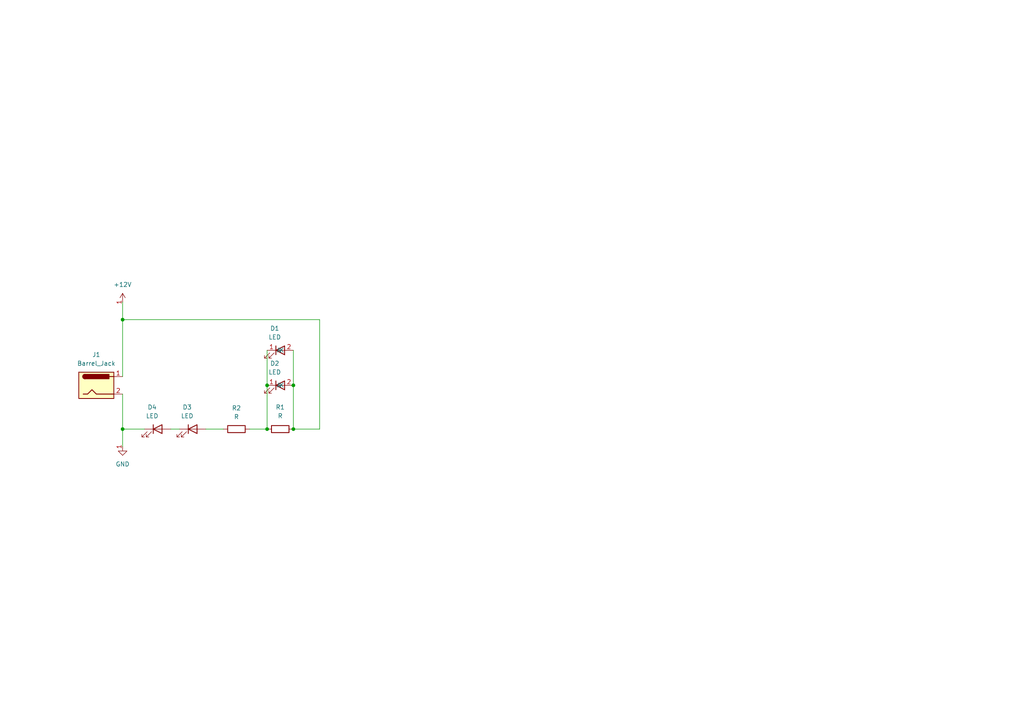
<source format=kicad_sch>
(kicad_sch
	(version 20250114)
	(generator "eeschema")
	(generator_version "9.0")
	(uuid "242bf35e-12f2-421e-ac5e-cb9eb446cecc")
	(paper "A4")
	(lib_symbols
		(symbol "Connector:Barrel_Jack"
			(pin_names
				(offset 1.016)
			)
			(exclude_from_sim no)
			(in_bom yes)
			(on_board yes)
			(property "Reference" "J"
				(at 0 5.334 0)
				(effects
					(font
						(size 1.27 1.27)
					)
				)
			)
			(property "Value" "Barrel_Jack"
				(at 0 -5.08 0)
				(effects
					(font
						(size 1.27 1.27)
					)
				)
			)
			(property "Footprint" ""
				(at 1.27 -1.016 0)
				(effects
					(font
						(size 1.27 1.27)
					)
					(hide yes)
				)
			)
			(property "Datasheet" "~"
				(at 1.27 -1.016 0)
				(effects
					(font
						(size 1.27 1.27)
					)
					(hide yes)
				)
			)
			(property "Description" "DC Barrel Jack"
				(at 0 0 0)
				(effects
					(font
						(size 1.27 1.27)
					)
					(hide yes)
				)
			)
			(property "ki_keywords" "DC power barrel jack connector"
				(at 0 0 0)
				(effects
					(font
						(size 1.27 1.27)
					)
					(hide yes)
				)
			)
			(property "ki_fp_filters" "BarrelJack*"
				(at 0 0 0)
				(effects
					(font
						(size 1.27 1.27)
					)
					(hide yes)
				)
			)
			(symbol "Barrel_Jack_0_1"
				(rectangle
					(start -5.08 3.81)
					(end 5.08 -3.81)
					(stroke
						(width 0.254)
						(type default)
					)
					(fill
						(type background)
					)
				)
				(polyline
					(pts
						(xy -3.81 -2.54) (xy -2.54 -2.54) (xy -1.27 -1.27) (xy 0 -2.54) (xy 2.54 -2.54) (xy 5.08 -2.54)
					)
					(stroke
						(width 0.254)
						(type default)
					)
					(fill
						(type none)
					)
				)
				(arc
					(start -3.302 1.905)
					(mid -3.9343 2.54)
					(end -3.302 3.175)
					(stroke
						(width 0.254)
						(type default)
					)
					(fill
						(type none)
					)
				)
				(arc
					(start -3.302 1.905)
					(mid -3.9343 2.54)
					(end -3.302 3.175)
					(stroke
						(width 0.254)
						(type default)
					)
					(fill
						(type outline)
					)
				)
				(rectangle
					(start 3.683 3.175)
					(end -3.302 1.905)
					(stroke
						(width 0.254)
						(type default)
					)
					(fill
						(type outline)
					)
				)
				(polyline
					(pts
						(xy 5.08 2.54) (xy 3.81 2.54)
					)
					(stroke
						(width 0.254)
						(type default)
					)
					(fill
						(type none)
					)
				)
			)
			(symbol "Barrel_Jack_1_1"
				(pin passive line
					(at 7.62 2.54 180)
					(length 2.54)
					(name "~"
						(effects
							(font
								(size 1.27 1.27)
							)
						)
					)
					(number "1"
						(effects
							(font
								(size 1.27 1.27)
							)
						)
					)
				)
				(pin passive line
					(at 7.62 -2.54 180)
					(length 2.54)
					(name "~"
						(effects
							(font
								(size 1.27 1.27)
							)
						)
					)
					(number "2"
						(effects
							(font
								(size 1.27 1.27)
							)
						)
					)
				)
			)
			(embedded_fonts no)
		)
		(symbol "Device:LED"
			(pin_numbers
				(hide yes)
			)
			(pin_names
				(offset 1.016)
				(hide yes)
			)
			(exclude_from_sim no)
			(in_bom yes)
			(on_board yes)
			(property "Reference" "D"
				(at 0 2.54 0)
				(effects
					(font
						(size 1.27 1.27)
					)
				)
			)
			(property "Value" "LED"
				(at 0 -2.54 0)
				(effects
					(font
						(size 1.27 1.27)
					)
				)
			)
			(property "Footprint" ""
				(at 0 0 0)
				(effects
					(font
						(size 1.27 1.27)
					)
					(hide yes)
				)
			)
			(property "Datasheet" "~"
				(at 0 0 0)
				(effects
					(font
						(size 1.27 1.27)
					)
					(hide yes)
				)
			)
			(property "Description" "Light emitting diode"
				(at 0 0 0)
				(effects
					(font
						(size 1.27 1.27)
					)
					(hide yes)
				)
			)
			(property "Sim.Pins" "1=K 2=A"
				(at 0 0 0)
				(effects
					(font
						(size 1.27 1.27)
					)
					(hide yes)
				)
			)
			(property "ki_keywords" "LED diode"
				(at 0 0 0)
				(effects
					(font
						(size 1.27 1.27)
					)
					(hide yes)
				)
			)
			(property "ki_fp_filters" "LED* LED_SMD:* LED_THT:*"
				(at 0 0 0)
				(effects
					(font
						(size 1.27 1.27)
					)
					(hide yes)
				)
			)
			(symbol "LED_0_1"
				(polyline
					(pts
						(xy -3.048 -0.762) (xy -4.572 -2.286) (xy -3.81 -2.286) (xy -4.572 -2.286) (xy -4.572 -1.524)
					)
					(stroke
						(width 0)
						(type default)
					)
					(fill
						(type none)
					)
				)
				(polyline
					(pts
						(xy -1.778 -0.762) (xy -3.302 -2.286) (xy -2.54 -2.286) (xy -3.302 -2.286) (xy -3.302 -1.524)
					)
					(stroke
						(width 0)
						(type default)
					)
					(fill
						(type none)
					)
				)
				(polyline
					(pts
						(xy -1.27 0) (xy 1.27 0)
					)
					(stroke
						(width 0)
						(type default)
					)
					(fill
						(type none)
					)
				)
				(polyline
					(pts
						(xy -1.27 -1.27) (xy -1.27 1.27)
					)
					(stroke
						(width 0.254)
						(type default)
					)
					(fill
						(type none)
					)
				)
				(polyline
					(pts
						(xy 1.27 -1.27) (xy 1.27 1.27) (xy -1.27 0) (xy 1.27 -1.27)
					)
					(stroke
						(width 0.254)
						(type default)
					)
					(fill
						(type none)
					)
				)
			)
			(symbol "LED_1_1"
				(pin passive line
					(at -3.81 0 0)
					(length 2.54)
					(name "K"
						(effects
							(font
								(size 1.27 1.27)
							)
						)
					)
					(number "1"
						(effects
							(font
								(size 1.27 1.27)
							)
						)
					)
				)
				(pin passive line
					(at 3.81 0 180)
					(length 2.54)
					(name "A"
						(effects
							(font
								(size 1.27 1.27)
							)
						)
					)
					(number "2"
						(effects
							(font
								(size 1.27 1.27)
							)
						)
					)
				)
			)
			(embedded_fonts no)
		)
		(symbol "Device:R"
			(pin_numbers
				(hide yes)
			)
			(pin_names
				(offset 0)
			)
			(exclude_from_sim no)
			(in_bom yes)
			(on_board yes)
			(property "Reference" "R"
				(at 2.032 0 90)
				(effects
					(font
						(size 1.27 1.27)
					)
				)
			)
			(property "Value" "R"
				(at 0 0 90)
				(effects
					(font
						(size 1.27 1.27)
					)
				)
			)
			(property "Footprint" ""
				(at -1.778 0 90)
				(effects
					(font
						(size 1.27 1.27)
					)
					(hide yes)
				)
			)
			(property "Datasheet" "~"
				(at 0 0 0)
				(effects
					(font
						(size 1.27 1.27)
					)
					(hide yes)
				)
			)
			(property "Description" "Resistor"
				(at 0 0 0)
				(effects
					(font
						(size 1.27 1.27)
					)
					(hide yes)
				)
			)
			(property "ki_keywords" "R res resistor"
				(at 0 0 0)
				(effects
					(font
						(size 1.27 1.27)
					)
					(hide yes)
				)
			)
			(property "ki_fp_filters" "R_*"
				(at 0 0 0)
				(effects
					(font
						(size 1.27 1.27)
					)
					(hide yes)
				)
			)
			(symbol "R_0_1"
				(rectangle
					(start -1.016 -2.54)
					(end 1.016 2.54)
					(stroke
						(width 0.254)
						(type default)
					)
					(fill
						(type none)
					)
				)
			)
			(symbol "R_1_1"
				(pin passive line
					(at 0 3.81 270)
					(length 1.27)
					(name "~"
						(effects
							(font
								(size 1.27 1.27)
							)
						)
					)
					(number "1"
						(effects
							(font
								(size 1.27 1.27)
							)
						)
					)
				)
				(pin passive line
					(at 0 -3.81 90)
					(length 1.27)
					(name "~"
						(effects
							(font
								(size 1.27 1.27)
							)
						)
					)
					(number "2"
						(effects
							(font
								(size 1.27 1.27)
							)
						)
					)
				)
			)
			(embedded_fonts no)
		)
		(symbol "LED_1"
			(pin_names
				(offset 1.016)
			)
			(exclude_from_sim no)
			(in_bom yes)
			(on_board yes)
			(property "Reference" "D"
				(at 0 2.54 0)
				(effects
					(font
						(size 1.27 1.27)
					)
				)
			)
			(property "Value" "LED"
				(at 0 -2.54 0)
				(effects
					(font
						(size 1.27 1.27)
					)
				)
			)
			(property "Footprint" ""
				(at 0 0 0)
				(effects
					(font
						(size 1.27 1.27)
					)
					(hide yes)
				)
			)
			(property "Datasheet" "~"
				(at 0 0 0)
				(effects
					(font
						(size 1.27 1.27)
					)
					(hide yes)
				)
			)
			(property "Description" "Light emitting diode"
				(at 0 0 0)
				(effects
					(font
						(size 1.27 1.27)
					)
					(hide yes)
				)
			)
			(property "Sim.Pins" "1=K 2=A"
				(at 0 0 0)
				(effects
					(font
						(size 1.27 1.27)
					)
					(hide yes)
				)
			)
			(property "ki_keywords" "LED diode"
				(at 0 0 0)
				(effects
					(font
						(size 1.27 1.27)
					)
					(hide yes)
				)
			)
			(property "ki_fp_filters" "LED* LED_SMD:* LED_THT:*"
				(at 0 0 0)
				(effects
					(font
						(size 1.27 1.27)
					)
					(hide yes)
				)
			)
			(symbol "LED_1_0_1"
				(polyline
					(pts
						(xy -3.048 -0.762) (xy -4.572 -2.286) (xy -3.81 -2.286) (xy -4.572 -2.286) (xy -4.572 -1.524)
					)
					(stroke
						(width 0)
						(type default)
					)
					(fill
						(type none)
					)
				)
				(polyline
					(pts
						(xy -1.778 -0.762) (xy -3.302 -2.286) (xy -2.54 -2.286) (xy -3.302 -2.286) (xy -3.302 -1.524)
					)
					(stroke
						(width 0)
						(type default)
					)
					(fill
						(type none)
					)
				)
				(polyline
					(pts
						(xy -1.27 0) (xy 1.27 0)
					)
					(stroke
						(width 0)
						(type default)
					)
					(fill
						(type none)
					)
				)
				(polyline
					(pts
						(xy -1.27 -1.27) (xy -1.27 1.27)
					)
					(stroke
						(width 0.254)
						(type default)
					)
					(fill
						(type none)
					)
				)
				(polyline
					(pts
						(xy 1.27 -1.27) (xy 1.27 1.27) (xy -1.27 0) (xy 1.27 -1.27)
					)
					(stroke
						(width 0.254)
						(type default)
					)
					(fill
						(type none)
					)
				)
			)
			(symbol "LED_1_1_1"
				(pin passive line
					(at -3.81 0 0)
					(length 2.54)
					(name "K"
						(effects
							(font
								(size 1.27 1.27)
							)
						)
					)
					(number "1"
						(effects
							(font
								(size 1.27 1.27)
							)
						)
					)
				)
				(pin passive line
					(at 3.81 0 180)
					(length 2.54)
					(name "A"
						(effects
							(font
								(size 1.27 1.27)
							)
						)
					)
					(number "2"
						(effects
							(font
								(size 1.27 1.27)
							)
						)
					)
				)
			)
			(embedded_fonts no)
		)
		(symbol "LED_2"
			(pin_names
				(offset 1.016)
			)
			(exclude_from_sim no)
			(in_bom yes)
			(on_board yes)
			(property "Reference" "D"
				(at 0 2.54 0)
				(effects
					(font
						(size 1.27 1.27)
					)
				)
			)
			(property "Value" "LED"
				(at 0 -2.54 0)
				(effects
					(font
						(size 1.27 1.27)
					)
				)
			)
			(property "Footprint" ""
				(at 0 0 0)
				(effects
					(font
						(size 1.27 1.27)
					)
					(hide yes)
				)
			)
			(property "Datasheet" "~"
				(at 0 0 0)
				(effects
					(font
						(size 1.27 1.27)
					)
					(hide yes)
				)
			)
			(property "Description" "Light emitting diode"
				(at 0 0 0)
				(effects
					(font
						(size 1.27 1.27)
					)
					(hide yes)
				)
			)
			(property "Sim.Pins" "1=K 2=A"
				(at 0 0 0)
				(effects
					(font
						(size 1.27 1.27)
					)
					(hide yes)
				)
			)
			(property "ki_keywords" "LED diode"
				(at 0 0 0)
				(effects
					(font
						(size 1.27 1.27)
					)
					(hide yes)
				)
			)
			(property "ki_fp_filters" "LED* LED_SMD:* LED_THT:*"
				(at 0 0 0)
				(effects
					(font
						(size 1.27 1.27)
					)
					(hide yes)
				)
			)
			(symbol "LED_2_0_1"
				(polyline
					(pts
						(xy -3.048 -0.762) (xy -4.572 -2.286) (xy -3.81 -2.286) (xy -4.572 -2.286) (xy -4.572 -1.524)
					)
					(stroke
						(width 0)
						(type default)
					)
					(fill
						(type none)
					)
				)
				(polyline
					(pts
						(xy -1.778 -0.762) (xy -3.302 -2.286) (xy -2.54 -2.286) (xy -3.302 -2.286) (xy -3.302 -1.524)
					)
					(stroke
						(width 0)
						(type default)
					)
					(fill
						(type none)
					)
				)
				(polyline
					(pts
						(xy -1.27 0) (xy 1.27 0)
					)
					(stroke
						(width 0)
						(type default)
					)
					(fill
						(type none)
					)
				)
				(polyline
					(pts
						(xy -1.27 -1.27) (xy -1.27 1.27)
					)
					(stroke
						(width 0.254)
						(type default)
					)
					(fill
						(type none)
					)
				)
				(polyline
					(pts
						(xy 1.27 -1.27) (xy 1.27 1.27) (xy -1.27 0) (xy 1.27 -1.27)
					)
					(stroke
						(width 0.254)
						(type default)
					)
					(fill
						(type none)
					)
				)
			)
			(symbol "LED_2_1_1"
				(pin passive line
					(at -3.81 0 0)
					(length 2.54)
					(name "K"
						(effects
							(font
								(size 1.27 1.27)
							)
						)
					)
					(number "1"
						(effects
							(font
								(size 1.27 1.27)
							)
						)
					)
				)
				(pin passive line
					(at 3.81 0 180)
					(length 2.54)
					(name "A"
						(effects
							(font
								(size 1.27 1.27)
							)
						)
					)
					(number "2"
						(effects
							(font
								(size 1.27 1.27)
							)
						)
					)
				)
			)
			(embedded_fonts no)
		)
		(symbol "power:+12V"
			(power)
			(pin_names
				(offset 0)
			)
			(exclude_from_sim no)
			(in_bom yes)
			(on_board yes)
			(property "Reference" "#PWR"
				(at 0 -3.81 0)
				(effects
					(font
						(size 1.27 1.27)
					)
					(hide yes)
				)
			)
			(property "Value" "+12V"
				(at 0 3.556 0)
				(effects
					(font
						(size 1.27 1.27)
					)
				)
			)
			(property "Footprint" ""
				(at 0 0 0)
				(effects
					(font
						(size 1.27 1.27)
					)
					(hide yes)
				)
			)
			(property "Datasheet" ""
				(at 0 0 0)
				(effects
					(font
						(size 1.27 1.27)
					)
					(hide yes)
				)
			)
			(property "Description" "Power symbol creates a global label with name \"+12V\""
				(at 0 0 0)
				(effects
					(font
						(size 1.27 1.27)
					)
					(hide yes)
				)
			)
			(property "ki_keywords" "global power"
				(at 0 0 0)
				(effects
					(font
						(size 1.27 1.27)
					)
					(hide yes)
				)
			)
			(symbol "+12V_0_1"
				(polyline
					(pts
						(xy -0.762 1.27) (xy 0 2.54)
					)
					(stroke
						(width 0)
						(type default)
					)
					(fill
						(type none)
					)
				)
				(polyline
					(pts
						(xy 0 2.54) (xy 0.762 1.27)
					)
					(stroke
						(width 0)
						(type default)
					)
					(fill
						(type none)
					)
				)
				(polyline
					(pts
						(xy 0 0) (xy 0 2.54)
					)
					(stroke
						(width 0)
						(type default)
					)
					(fill
						(type none)
					)
				)
			)
			(symbol "+12V_1_1"
				(pin power_in line
					(at 0 0 90)
					(length 0)
					(name "~"
						(effects
							(font
								(size 1.27 1.27)
							)
						)
					)
					(number "1"
						(effects
							(font
								(size 1.27 1.27)
							)
						)
					)
				)
			)
			(embedded_fonts no)
		)
		(symbol "power:GND"
			(power)
			(pin_names
				(offset 0)
			)
			(exclude_from_sim no)
			(in_bom yes)
			(on_board yes)
			(property "Reference" "#PWR"
				(at 0 -6.35 0)
				(effects
					(font
						(size 1.27 1.27)
					)
					(hide yes)
				)
			)
			(property "Value" "GND"
				(at 0 -3.81 0)
				(effects
					(font
						(size 1.27 1.27)
					)
				)
			)
			(property "Footprint" ""
				(at 0 0 0)
				(effects
					(font
						(size 1.27 1.27)
					)
					(hide yes)
				)
			)
			(property "Datasheet" ""
				(at 0 0 0)
				(effects
					(font
						(size 1.27 1.27)
					)
					(hide yes)
				)
			)
			(property "Description" "Power symbol creates a global label with name \"GND\" , ground"
				(at 0 0 0)
				(effects
					(font
						(size 1.27 1.27)
					)
					(hide yes)
				)
			)
			(property "ki_keywords" "global power"
				(at 0 0 0)
				(effects
					(font
						(size 1.27 1.27)
					)
					(hide yes)
				)
			)
			(symbol "GND_0_1"
				(polyline
					(pts
						(xy 0 0) (xy 0 -1.27) (xy 1.27 -1.27) (xy 0 -2.54) (xy -1.27 -1.27) (xy 0 -1.27)
					)
					(stroke
						(width 0)
						(type default)
					)
					(fill
						(type none)
					)
				)
			)
			(symbol "GND_1_1"
				(pin power_in line
					(at 0 0 270)
					(length 0)
					(name "~"
						(effects
							(font
								(size 1.27 1.27)
							)
						)
					)
					(number "1"
						(effects
							(font
								(size 1.27 1.27)
							)
						)
					)
				)
			)
			(embedded_fonts no)
		)
	)
	(junction
		(at 85.09 124.46)
		(diameter 0)
		(color 0 0 0 0)
		(uuid "1a17eb51-c634-442e-a43a-f8506d7e6aae")
	)
	(junction
		(at 35.56 92.71)
		(diameter 0)
		(color 0 0 0 0)
		(uuid "4b420312-4761-4030-96a2-8aee116b1a01")
	)
	(junction
		(at 77.47 124.46)
		(diameter 0)
		(color 0 0 0 0)
		(uuid "7a56b111-de0f-427b-b47c-ee9d0827db94")
	)
	(junction
		(at 35.56 124.46)
		(diameter 0)
		(color 0 0 0 0)
		(uuid "95443cfb-70b7-4273-b09b-1b7d36e17663")
	)
	(junction
		(at 77.47 111.76)
		(diameter 0)
		(color 0 0 0 0)
		(uuid "b784ccc2-1ac6-4c26-9c4f-efea717a1998")
	)
	(junction
		(at 85.09 111.76)
		(diameter 0)
		(color 0 0 0 0)
		(uuid "d17543db-8a3f-469c-95ec-d040085b0803")
	)
	(wire
		(pts
			(xy 77.47 101.6) (xy 77.47 111.76)
		)
		(stroke
			(width 0)
			(type default)
		)
		(uuid "0d87f76b-ac69-4aa2-af61-3d679bd8f422")
	)
	(wire
		(pts
			(xy 85.09 111.76) (xy 85.09 124.46)
		)
		(stroke
			(width 0)
			(type default)
		)
		(uuid "15340a0c-2e0c-43b2-8c62-14b1f29b4235")
	)
	(wire
		(pts
			(xy 49.53 124.46) (xy 52.07 124.46)
		)
		(stroke
			(width 0)
			(type default)
		)
		(uuid "2d080758-7745-4c4b-9544-cc74f01cd6bd")
	)
	(wire
		(pts
			(xy 35.56 124.46) (xy 41.91 124.46)
		)
		(stroke
			(width 0)
			(type default)
		)
		(uuid "355e85ba-807a-49dc-a311-60b3cf8c58cb")
	)
	(wire
		(pts
			(xy 35.56 109.22) (xy 35.56 92.71)
		)
		(stroke
			(width 0)
			(type default)
		)
		(uuid "437d09cc-6398-4fd7-91ac-c99506cd61fb")
	)
	(wire
		(pts
			(xy 85.09 101.6) (xy 85.09 111.76)
		)
		(stroke
			(width 0)
			(type default)
		)
		(uuid "5e94b06b-d00a-4f00-9191-8a758297db01")
	)
	(wire
		(pts
			(xy 35.56 87.63) (xy 35.56 92.71)
		)
		(stroke
			(width 0)
			(type default)
		)
		(uuid "6c34cb5f-0283-41bf-b500-6fc509cc4fb6")
	)
	(wire
		(pts
			(xy 77.47 111.76) (xy 77.47 124.46)
		)
		(stroke
			(width 0)
			(type default)
		)
		(uuid "8bc11449-ce29-484a-a8b5-ec8866d579eb")
	)
	(wire
		(pts
			(xy 92.71 92.71) (xy 35.56 92.71)
		)
		(stroke
			(width 0)
			(type default)
		)
		(uuid "9b112152-db4e-4b6f-b216-ee591b70eaae")
	)
	(wire
		(pts
			(xy 92.71 124.46) (xy 92.71 92.71)
		)
		(stroke
			(width 0)
			(type default)
		)
		(uuid "9bb3f7a4-5150-4372-a112-efe2ff2b0d07")
	)
	(wire
		(pts
			(xy 35.56 114.3) (xy 35.56 124.46)
		)
		(stroke
			(width 0)
			(type default)
		)
		(uuid "a0f7f77b-c43f-4992-a9e4-8e463c81c5d3")
	)
	(wire
		(pts
			(xy 85.09 124.46) (xy 92.71 124.46)
		)
		(stroke
			(width 0)
			(type default)
		)
		(uuid "a660eb16-2ba3-47fc-bc8c-4353ef3b4913")
	)
	(wire
		(pts
			(xy 35.56 129.54) (xy 35.56 124.46)
		)
		(stroke
			(width 0)
			(type default)
		)
		(uuid "a8cbb3bb-d33d-454a-a2df-d6dcf612a7fa")
	)
	(wire
		(pts
			(xy 72.39 124.46) (xy 77.47 124.46)
		)
		(stroke
			(width 0)
			(type default)
		)
		(uuid "ab3d1624-e1a2-43aa-9c4d-a95f6e365598")
	)
	(wire
		(pts
			(xy 59.69 124.46) (xy 64.77 124.46)
		)
		(stroke
			(width 0)
			(type default)
		)
		(uuid "afb4b234-5f0e-419c-9089-b89fb8e9ff08")
	)
	(symbol
		(lib_id "Device:R")
		(at 81.28 124.46 90)
		(unit 1)
		(exclude_from_sim no)
		(in_bom yes)
		(on_board yes)
		(dnp no)
		(uuid "10c884cf-4af4-4c2a-b2f5-c2c64b86bd57")
		(property "Reference" "R1"
			(at 81.28 118.11 90)
			(effects
				(font
					(size 1.27 1.27)
				)
			)
		)
		(property "Value" "R"
			(at 81.28 120.65 90)
			(effects
				(font
					(size 1.27 1.27)
				)
			)
		)
		(property "Footprint" "Resistor_THT:R_Axial_DIN0204_L3.6mm_D1.6mm_P5.08mm_Horizontal"
			(at 81.28 126.238 90)
			(effects
				(font
					(size 1.27 1.27)
				)
				(hide yes)
			)
		)
		(property "Datasheet" "~"
			(at 81.28 124.46 0)
			(effects
				(font
					(size 1.27 1.27)
				)
				(hide yes)
			)
		)
		(property "Description" "Resistor"
			(at 81.28 124.46 0)
			(effects
				(font
					(size 1.27 1.27)
				)
				(hide yes)
			)
		)
		(pin "1"
			(uuid "4c296b4c-9250-41ff-a78a-432c29899d45")
		)
		(pin "2"
			(uuid "d9d5ae54-f523-42ba-bc32-387c5e4d6bf8")
		)
		(instances
			(project ""
				(path "/242bf35e-12f2-421e-ac5e-cb9eb446cecc"
					(reference "R1")
					(unit 1)
				)
			)
		)
	)
	(symbol
		(lib_id "Device:LED")
		(at 55.88 124.46 0)
		(unit 1)
		(exclude_from_sim no)
		(in_bom yes)
		(on_board yes)
		(dnp no)
		(fields_autoplaced yes)
		(uuid "11add4cf-c330-418d-88ab-adecbae76653")
		(property "Reference" "D3"
			(at 54.2925 118.11 0)
			(effects
				(font
					(size 1.27 1.27)
				)
			)
		)
		(property "Value" "LED"
			(at 54.2925 120.65 0)
			(effects
				(font
					(size 1.27 1.27)
				)
			)
		)
		(property "Footprint" "LED_THT:LED_D5.0mm"
			(at 55.88 124.46 0)
			(effects
				(font
					(size 1.27 1.27)
				)
				(hide yes)
			)
		)
		(property "Datasheet" "~"
			(at 55.88 124.46 0)
			(effects
				(font
					(size 1.27 1.27)
				)
				(hide yes)
			)
		)
		(property "Description" "Light emitting diode"
			(at 55.88 124.46 0)
			(effects
				(font
					(size 1.27 1.27)
				)
				(hide yes)
			)
		)
		(property "Sim.Pins" "1=K 2=A"
			(at 55.88 124.46 0)
			(effects
				(font
					(size 1.27 1.27)
				)
				(hide yes)
			)
		)
		(pin "1"
			(uuid "787dc365-7430-4baf-9a69-e33db753ada1")
		)
		(pin "2"
			(uuid "a6b20107-760d-4d6d-a59f-bf7696a8c133")
		)
		(instances
			(project ""
				(path "/242bf35e-12f2-421e-ac5e-cb9eb446cecc"
					(reference "D3")
					(unit 1)
				)
			)
		)
	)
	(symbol
		(lib_name "LED_1")
		(lib_id "Device:LED")
		(at 81.28 101.6 0)
		(unit 1)
		(exclude_from_sim no)
		(in_bom yes)
		(on_board yes)
		(dnp no)
		(fields_autoplaced yes)
		(uuid "2053aa83-6576-4b10-9480-ca2aa080c132")
		(property "Reference" "D1"
			(at 79.6925 95.25 0)
			(effects
				(font
					(size 1.27 1.27)
				)
			)
		)
		(property "Value" "LED"
			(at 79.6925 97.79 0)
			(effects
				(font
					(size 1.27 1.27)
				)
			)
		)
		(property "Footprint" "LED_THT:LED_D5.0mm"
			(at 81.28 101.6 0)
			(effects
				(font
					(size 1.27 1.27)
				)
				(hide yes)
			)
		)
		(property "Datasheet" "~"
			(at 81.28 101.6 0)
			(effects
				(font
					(size 1.27 1.27)
				)
				(hide yes)
			)
		)
		(property "Description" "Light emitting diode"
			(at 81.28 101.6 0)
			(effects
				(font
					(size 1.27 1.27)
				)
				(hide yes)
			)
		)
		(property "Sim.Pins" "1=K 2=A"
			(at 81.28 101.6 0)
			(effects
				(font
					(size 1.27 1.27)
				)
				(hide yes)
			)
		)
		(pin "2"
			(uuid "faf1f31c-6b80-4df3-bd82-553ecff2f8fe")
		)
		(pin "1"
			(uuid "5fd05e76-1e98-420a-a199-c7c42cf5221e")
		)
		(instances
			(project ""
				(path "/242bf35e-12f2-421e-ac5e-cb9eb446cecc"
					(reference "D1")
					(unit 1)
				)
			)
		)
	)
	(symbol
		(lib_id "Connector:Barrel_Jack")
		(at 27.94 111.76 0)
		(unit 1)
		(exclude_from_sim no)
		(in_bom yes)
		(on_board yes)
		(dnp no)
		(fields_autoplaced yes)
		(uuid "41923fc1-1517-4b1d-8743-4f13f65c991b")
		(property "Reference" "J1"
			(at 27.94 102.87 0)
			(effects
				(font
					(size 1.27 1.27)
				)
			)
		)
		(property "Value" "Barrel_Jack"
			(at 27.94 105.41 0)
			(effects
				(font
					(size 1.27 1.27)
				)
			)
		)
		(property "Footprint" "Connector_BarrelJack:BarrelJack_CUI_PJ-063AH_Horizontal_CircularHoles"
			(at 29.21 112.776 0)
			(effects
				(font
					(size 1.27 1.27)
				)
				(hide yes)
			)
		)
		(property "Datasheet" "~"
			(at 29.21 112.776 0)
			(effects
				(font
					(size 1.27 1.27)
				)
				(hide yes)
			)
		)
		(property "Description" "DC Barrel Jack"
			(at 27.94 111.76 0)
			(effects
				(font
					(size 1.27 1.27)
				)
				(hide yes)
			)
		)
		(pin "2"
			(uuid "1bf293c3-d8c3-4985-a8c9-62bcf90e2a61")
		)
		(pin "1"
			(uuid "2548c722-fd4c-424d-b3bf-ab7858141212")
		)
		(instances
			(project ""
				(path "/242bf35e-12f2-421e-ac5e-cb9eb446cecc"
					(reference "J1")
					(unit 1)
				)
			)
		)
	)
	(symbol
		(lib_name "LED_2")
		(lib_id "Device:LED")
		(at 81.28 111.76 0)
		(unit 1)
		(exclude_from_sim no)
		(in_bom yes)
		(on_board yes)
		(dnp no)
		(fields_autoplaced yes)
		(uuid "427a4a27-eb1a-42fe-85eb-e3aaa7ebe899")
		(property "Reference" "D2"
			(at 79.6925 105.41 0)
			(effects
				(font
					(size 1.27 1.27)
				)
			)
		)
		(property "Value" "LED"
			(at 79.6925 107.95 0)
			(effects
				(font
					(size 1.27 1.27)
				)
			)
		)
		(property "Footprint" "LED_THT:LED_D5.0mm"
			(at 81.28 111.76 0)
			(effects
				(font
					(size 1.27 1.27)
				)
				(hide yes)
			)
		)
		(property "Datasheet" "~"
			(at 81.28 111.76 0)
			(effects
				(font
					(size 1.27 1.27)
				)
				(hide yes)
			)
		)
		(property "Description" "Light emitting diode"
			(at 81.28 111.76 0)
			(effects
				(font
					(size 1.27 1.27)
				)
				(hide yes)
			)
		)
		(property "Sim.Pins" "1=K 2=A"
			(at 81.28 111.76 0)
			(effects
				(font
					(size 1.27 1.27)
				)
				(hide yes)
			)
		)
		(pin "1"
			(uuid "1ea22e3b-080c-4455-beb8-f0a79d0d0168")
		)
		(pin "2"
			(uuid "48471c6d-af04-4a6f-aba8-18c05211cd70")
		)
		(instances
			(project ""
				(path "/242bf35e-12f2-421e-ac5e-cb9eb446cecc"
					(reference "D2")
					(unit 1)
				)
			)
		)
	)
	(symbol
		(lib_id "power:GND")
		(at 35.56 129.54 0)
		(unit 1)
		(exclude_from_sim no)
		(in_bom yes)
		(on_board yes)
		(dnp no)
		(fields_autoplaced yes)
		(uuid "5269a268-bbf7-4fd6-a269-093a7172c677")
		(property "Reference" "#PWR03"
			(at 35.56 135.89 0)
			(effects
				(font
					(size 1.27 1.27)
				)
				(hide yes)
			)
		)
		(property "Value" "GND"
			(at 35.56 134.62 0)
			(effects
				(font
					(size 1.27 1.27)
				)
			)
		)
		(property "Footprint" ""
			(at 35.56 129.54 0)
			(effects
				(font
					(size 1.27 1.27)
				)
				(hide yes)
			)
		)
		(property "Datasheet" ""
			(at 35.56 129.54 0)
			(effects
				(font
					(size 1.27 1.27)
				)
				(hide yes)
			)
		)
		(property "Description" "Power symbol creates a global label with name \"GND\" , ground"
			(at 35.56 129.54 0)
			(effects
				(font
					(size 1.27 1.27)
				)
				(hide yes)
			)
		)
		(pin "1"
			(uuid "f809306d-edba-4f67-a955-0a4e2c0d0acb")
		)
		(instances
			(project ""
				(path "/242bf35e-12f2-421e-ac5e-cb9eb446cecc"
					(reference "#PWR03")
					(unit 1)
				)
			)
		)
	)
	(symbol
		(lib_id "Device:R")
		(at 68.58 124.46 90)
		(unit 1)
		(exclude_from_sim no)
		(in_bom yes)
		(on_board yes)
		(dnp no)
		(uuid "57bbec45-fb96-4974-a19b-fd6522c3e9b2")
		(property "Reference" "R2"
			(at 68.58 118.364 90)
			(effects
				(font
					(size 1.27 1.27)
				)
			)
		)
		(property "Value" "R"
			(at 68.58 120.904 90)
			(effects
				(font
					(size 1.27 1.27)
				)
			)
		)
		(property "Footprint" "Resistor_THT:R_Axial_DIN0204_L3.6mm_D1.6mm_P5.08mm_Horizontal"
			(at 68.58 126.238 90)
			(effects
				(font
					(size 1.27 1.27)
				)
				(hide yes)
			)
		)
		(property "Datasheet" "~"
			(at 68.58 124.46 0)
			(effects
				(font
					(size 1.27 1.27)
				)
				(hide yes)
			)
		)
		(property "Description" "Resistor"
			(at 68.58 124.46 0)
			(effects
				(font
					(size 1.27 1.27)
				)
				(hide yes)
			)
		)
		(pin "1"
			(uuid "4c296b4c-9250-41ff-a78a-432c29899d46")
		)
		(pin "2"
			(uuid "d9d5ae54-f523-42ba-bc32-387c5e4d6bf9")
		)
		(instances
			(project ""
				(path "/242bf35e-12f2-421e-ac5e-cb9eb446cecc"
					(reference "R2")
					(unit 1)
				)
			)
		)
	)
	(symbol
		(lib_id "power:+12V")
		(at 35.56 87.63 0)
		(unit 1)
		(exclude_from_sim no)
		(in_bom yes)
		(on_board yes)
		(dnp no)
		(fields_autoplaced yes)
		(uuid "6ba2a642-463d-4e3d-8b17-deadb4391e20")
		(property "Reference" "#PWR01"
			(at 35.56 91.44 0)
			(effects
				(font
					(size 1.27 1.27)
				)
				(hide yes)
			)
		)
		(property "Value" "+12V"
			(at 35.56 82.55 0)
			(effects
				(font
					(size 1.27 1.27)
				)
			)
		)
		(property "Footprint" ""
			(at 35.56 87.63 0)
			(effects
				(font
					(size 1.27 1.27)
				)
				(hide yes)
			)
		)
		(property "Datasheet" ""
			(at 35.56 87.63 0)
			(effects
				(font
					(size 1.27 1.27)
				)
				(hide yes)
			)
		)
		(property "Description" "Power symbol creates a global label with name \"+12V\""
			(at 35.56 87.63 0)
			(effects
				(font
					(size 1.27 1.27)
				)
				(hide yes)
			)
		)
		(pin "1"
			(uuid "2655198b-849e-4f17-a654-92936c1a156b")
		)
		(instances
			(project ""
				(path "/242bf35e-12f2-421e-ac5e-cb9eb446cecc"
					(reference "#PWR01")
					(unit 1)
				)
			)
		)
	)
	(symbol
		(lib_id "Device:LED")
		(at 45.72 124.46 0)
		(unit 1)
		(exclude_from_sim no)
		(in_bom yes)
		(on_board yes)
		(dnp no)
		(fields_autoplaced yes)
		(uuid "916a10d7-0825-4e33-ae30-8cfcf5f1d39e")
		(property "Reference" "D4"
			(at 44.1325 118.11 0)
			(effects
				(font
					(size 1.27 1.27)
				)
			)
		)
		(property "Value" "LED"
			(at 44.1325 120.65 0)
			(effects
				(font
					(size 1.27 1.27)
				)
			)
		)
		(property "Footprint" "LED_THT:LED_D5.0mm"
			(at 45.72 124.46 0)
			(effects
				(font
					(size 1.27 1.27)
				)
				(hide yes)
			)
		)
		(property "Datasheet" "~"
			(at 45.72 124.46 0)
			(effects
				(font
					(size 1.27 1.27)
				)
				(hide yes)
			)
		)
		(property "Description" "Light emitting diode"
			(at 45.72 124.46 0)
			(effects
				(font
					(size 1.27 1.27)
				)
				(hide yes)
			)
		)
		(property "Sim.Pins" "1=K 2=A"
			(at 45.72 124.46 0)
			(effects
				(font
					(size 1.27 1.27)
				)
				(hide yes)
			)
		)
		(pin "1"
			(uuid "787dc365-7430-4baf-9a69-e33db753ada2")
		)
		(pin "2"
			(uuid "a6b20107-760d-4d6d-a59f-bf7696a8c134")
		)
		(instances
			(project ""
				(path "/242bf35e-12f2-421e-ac5e-cb9eb446cecc"
					(reference "D4")
					(unit 1)
				)
			)
		)
	)
	(sheet_instances
		(path "/"
			(page "1")
		)
	)
	(embedded_fonts no)
)

</source>
